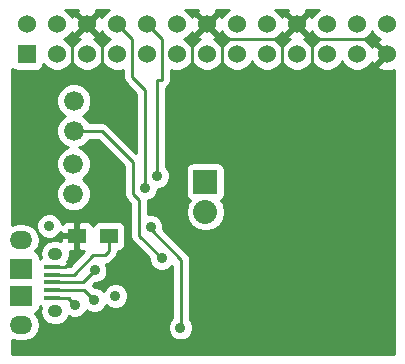
<source format=gbl>
G04 #@! TF.FileFunction,Copper,L2,Bot,Signal*
%FSLAX46Y46*%
G04 Gerber Fmt 4.6, Leading zero omitted, Abs format (unit mm)*
G04 Created by KiCad (PCBNEW (after 2015-mar-04 BZR unknown)-product) date 8/7/2018 2:13:46 PM*
%MOMM*%
G01*
G04 APERTURE LIST*
%ADD10C,0.100000*%
%ADD11R,1.524000X1.524000*%
%ADD12C,1.524000*%
%ADD13C,1.676400*%
%ADD14R,1.500000X1.300000*%
%ADD15R,2.032000X2.032000*%
%ADD16O,2.032000X2.032000*%
%ADD17O,1.900000X1.524000*%
%ADD18R,1.900000X1.800000*%
%ADD19R,1.350000X0.400000*%
%ADD20O,1.250000X1.050000*%
%ADD21C,0.889000*%
%ADD22C,0.254000*%
G04 APERTURE END LIST*
D10*
D11*
X1905000Y-4445000D03*
D12*
X1905000Y-1905000D03*
X4445000Y-4445000D03*
X4445000Y-1905000D03*
X6985000Y-4445000D03*
X6985000Y-1905000D03*
X9525000Y-4445000D03*
X9525000Y-1905000D03*
X12065000Y-4445000D03*
X12065000Y-1905000D03*
X14605000Y-4445000D03*
X14605000Y-1905000D03*
X17145000Y-4445000D03*
X17145000Y-1905000D03*
X19685000Y-4445000D03*
X19685000Y-1905000D03*
X22225000Y-4445000D03*
X22225000Y-1905000D03*
X24765000Y-4445000D03*
X24765000Y-1905000D03*
X27305000Y-4445000D03*
X27305000Y-1905000D03*
X29845000Y-4445000D03*
X29845000Y-1905000D03*
X32385000Y-4445000D03*
X32385000Y-1905000D03*
D13*
X5842000Y-13716000D03*
X5842000Y-16256000D03*
X5880000Y-8380000D03*
X5880000Y-10920000D03*
D14*
X8843000Y-19812000D03*
X6143000Y-19812000D03*
D15*
X17018000Y-15240000D03*
D16*
X17018000Y-17780000D03*
D17*
X1397000Y-27349000D03*
D18*
X1397000Y-24899000D03*
X1397000Y-22599000D03*
D17*
X1397000Y-20149000D03*
D19*
X4072000Y-25049000D03*
X4072000Y-24399000D03*
X4072000Y-23749000D03*
X4072000Y-23099000D03*
X4072000Y-22449000D03*
D20*
X4297000Y-26174000D03*
X4297000Y-21324000D03*
D21*
X3790000Y-18960000D03*
X12382500Y-19050000D03*
X14908000Y-27584000D03*
X9398000Y-24892000D03*
X5969000Y-25654000D03*
X7620000Y-25240000D03*
X7650000Y-22740000D03*
X3937000Y-13208000D03*
X4622800Y-29083000D03*
X10858500Y-24257000D03*
X9652000Y-22860000D03*
X11938000Y-15748000D03*
X13335000Y-21717000D03*
X12954000Y-14732000D03*
D22*
X12382500Y-19240500D02*
X14986000Y-21844000D01*
X12382500Y-19050000D02*
X12382500Y-19240500D01*
X14908000Y-27584000D02*
X14986000Y-27506000D01*
X14986000Y-27506000D02*
X14986000Y-21844000D01*
X5364000Y-25049000D02*
X5969000Y-25654000D01*
X4072000Y-25049000D02*
X5364000Y-25049000D01*
X4072000Y-25049000D02*
X5431000Y-25049000D01*
X5431000Y-25049000D02*
X6096000Y-25714000D01*
X4400000Y-24380000D02*
X6770000Y-24390000D01*
X6770000Y-24390000D02*
X7620000Y-25240000D01*
X7620000Y-25240000D02*
X6770000Y-24390000D01*
X6770000Y-24390000D02*
X4381000Y-24380000D01*
X4400000Y-23730000D02*
X6650000Y-23740000D01*
X6650000Y-23740000D02*
X7650000Y-22740000D01*
X6650000Y-23740000D02*
X7650000Y-22740000D01*
X4381000Y-23730000D02*
X6650000Y-23740000D01*
X4381000Y-22430000D02*
X4411000Y-22430000D01*
X23495000Y-3175000D02*
X18415000Y-3175000D01*
X31242000Y-3175000D02*
X26035000Y-3175000D01*
X8255000Y-5207000D02*
X8255000Y-3175000D01*
X8255000Y-3175000D02*
X6985000Y-1905000D01*
X26035000Y-5334000D02*
X26035000Y-3175000D01*
X26035000Y-3175000D02*
X24765000Y-1905000D01*
X18415000Y-5334000D02*
X18415000Y-3175000D01*
X18415000Y-3175000D02*
X17145000Y-1905000D01*
X5715000Y-5080000D02*
X5715000Y-3175000D01*
X5715000Y-3175000D02*
X6985000Y-1905000D01*
X23495000Y-5461000D02*
X23495000Y-3175000D01*
X23495000Y-3175000D02*
X24765000Y-1905000D01*
X15875000Y-5207000D02*
X15875000Y-3175000D01*
X15875000Y-3175000D02*
X17145000Y-1905000D01*
X5110000Y-22449000D02*
X5461000Y-22098000D01*
X4072000Y-22449000D02*
X5110000Y-22449000D01*
X11938000Y-8890000D02*
X11938000Y-7493000D01*
X11938000Y-15748000D02*
X11938000Y-8890000D01*
X11938000Y-7493000D02*
X10795000Y-6350000D01*
X10795000Y-6350000D02*
X10795000Y-3175000D01*
X10795000Y-3175000D02*
X9525000Y-1905000D01*
X5880000Y-10920000D02*
X6094000Y-10920000D01*
X10922000Y-16256000D02*
X10922000Y-13589000D01*
X10922000Y-13589000D02*
X8253000Y-10920000D01*
X8253000Y-10920000D02*
X5880000Y-10920000D01*
X13335000Y-21717000D02*
X11430000Y-19812000D01*
X11430000Y-19812000D02*
X11430000Y-16764000D01*
X11430000Y-16764000D02*
X10922000Y-16256000D01*
X12954000Y-6604000D02*
X13335000Y-6604000D01*
X12954000Y-14732000D02*
X12954000Y-6604000D01*
X12065000Y-1905000D02*
X12089000Y-1905000D01*
X12089000Y-1905000D02*
X13335000Y-3151000D01*
X13335000Y-3151000D02*
X13335000Y-6604000D01*
X5857000Y-23099000D02*
X7493000Y-21463000D01*
X7493000Y-21463000D02*
X8509000Y-21463000D01*
X8509000Y-21463000D02*
X8843000Y-21129000D01*
X8843000Y-21129000D02*
X8843000Y-19812000D01*
X4072000Y-23099000D02*
X5857000Y-23099000D01*
G36*
X8940512Y-3174949D02*
X8734697Y-3259990D01*
X8341371Y-3652630D01*
X8255050Y-3860512D01*
X8170010Y-3654697D01*
X7777370Y-3261371D01*
X7585272Y-3181605D01*
X7716143Y-3127397D01*
X7785608Y-2885213D01*
X6985000Y-2084605D01*
X6184392Y-2885213D01*
X6253857Y-3127397D01*
X6394317Y-3177508D01*
X6194697Y-3259990D01*
X5801371Y-3652630D01*
X5715050Y-3860512D01*
X5630010Y-3654697D01*
X5237370Y-3261371D01*
X5029487Y-3175050D01*
X5235303Y-3090010D01*
X5628629Y-2697370D01*
X5708394Y-2505272D01*
X5762603Y-2636143D01*
X6004787Y-2705608D01*
X6805395Y-1905000D01*
X6004787Y-1104392D01*
X5762603Y-1173857D01*
X5712491Y-1314317D01*
X5630010Y-1114697D01*
X5237370Y-721371D01*
X5149778Y-685000D01*
X6253169Y-685000D01*
X6184392Y-924787D01*
X6985000Y-1725395D01*
X7785608Y-924787D01*
X7716830Y-685000D01*
X8819379Y-685000D01*
X8734697Y-719990D01*
X8341371Y-1112630D01*
X8261605Y-1304727D01*
X8207397Y-1173857D01*
X7965213Y-1104392D01*
X7164605Y-1905000D01*
X7965213Y-2705608D01*
X8207397Y-2636143D01*
X8257508Y-2495682D01*
X8339990Y-2695303D01*
X8732630Y-3088629D01*
X8940512Y-3174949D01*
X8940512Y-3174949D01*
G37*
X8940512Y-3174949D02*
X8734697Y-3259990D01*
X8341371Y-3652630D01*
X8255050Y-3860512D01*
X8170010Y-3654697D01*
X7777370Y-3261371D01*
X7585272Y-3181605D01*
X7716143Y-3127397D01*
X7785608Y-2885213D01*
X6985000Y-2084605D01*
X6184392Y-2885213D01*
X6253857Y-3127397D01*
X6394317Y-3177508D01*
X6194697Y-3259990D01*
X5801371Y-3652630D01*
X5715050Y-3860512D01*
X5630010Y-3654697D01*
X5237370Y-3261371D01*
X5029487Y-3175050D01*
X5235303Y-3090010D01*
X5628629Y-2697370D01*
X5708394Y-2505272D01*
X5762603Y-2636143D01*
X6004787Y-2705608D01*
X6805395Y-1905000D01*
X6004787Y-1104392D01*
X5762603Y-1173857D01*
X5712491Y-1314317D01*
X5630010Y-1114697D01*
X5237370Y-721371D01*
X5149778Y-685000D01*
X6253169Y-685000D01*
X6184392Y-924787D01*
X6985000Y-1725395D01*
X7785608Y-924787D01*
X7716830Y-685000D01*
X8819379Y-685000D01*
X8734697Y-719990D01*
X8341371Y-1112630D01*
X8261605Y-1304727D01*
X8207397Y-1173857D01*
X7965213Y-1104392D01*
X7164605Y-1905000D01*
X7965213Y-2705608D01*
X8207397Y-2636143D01*
X8257508Y-2495682D01*
X8339990Y-2695303D01*
X8732630Y-3088629D01*
X8940512Y-3174949D01*
G36*
X12258747Y-4459142D02*
X12079142Y-4638747D01*
X12065000Y-4624605D01*
X12050857Y-4638747D01*
X11871252Y-4459142D01*
X11885395Y-4445000D01*
X11871252Y-4430857D01*
X12050857Y-4251252D01*
X12065000Y-4265395D01*
X12079142Y-4251252D01*
X12258747Y-4430857D01*
X12244605Y-4445000D01*
X12258747Y-4459142D01*
X12258747Y-4459142D01*
G37*
X12258747Y-4459142D02*
X12079142Y-4638747D01*
X12065000Y-4624605D01*
X12050857Y-4638747D01*
X11871252Y-4459142D01*
X11885395Y-4445000D01*
X11871252Y-4430857D01*
X12050857Y-4251252D01*
X12065000Y-4265395D01*
X12079142Y-4251252D01*
X12258747Y-4430857D01*
X12244605Y-4445000D01*
X12258747Y-4459142D01*
G36*
X19100512Y-3174949D02*
X18894697Y-3259990D01*
X18501371Y-3652630D01*
X18415050Y-3860512D01*
X18330010Y-3654697D01*
X17937370Y-3261371D01*
X17745272Y-3181605D01*
X17876143Y-3127397D01*
X17945608Y-2885213D01*
X17145000Y-2084605D01*
X16344392Y-2885213D01*
X16413857Y-3127397D01*
X16554317Y-3177508D01*
X16354697Y-3259990D01*
X15961371Y-3652630D01*
X15875050Y-3860512D01*
X15790010Y-3654697D01*
X15397370Y-3261371D01*
X15189487Y-3175050D01*
X15395303Y-3090010D01*
X15788629Y-2697370D01*
X15868394Y-2505272D01*
X15922603Y-2636143D01*
X16164787Y-2705608D01*
X16965395Y-1905000D01*
X16164787Y-1104392D01*
X15922603Y-1173857D01*
X15872491Y-1314317D01*
X15790010Y-1114697D01*
X15397370Y-721371D01*
X15309778Y-685000D01*
X16413169Y-685000D01*
X16344392Y-924787D01*
X17145000Y-1725395D01*
X17945608Y-924787D01*
X17876830Y-685000D01*
X18979379Y-685000D01*
X18894697Y-719990D01*
X18501371Y-1112630D01*
X18421605Y-1304727D01*
X18367397Y-1173857D01*
X18125213Y-1104392D01*
X17324605Y-1905000D01*
X18125213Y-2705608D01*
X18367397Y-2636143D01*
X18417508Y-2495682D01*
X18499990Y-2695303D01*
X18892630Y-3088629D01*
X19100512Y-3174949D01*
X19100512Y-3174949D01*
G37*
X19100512Y-3174949D02*
X18894697Y-3259990D01*
X18501371Y-3652630D01*
X18415050Y-3860512D01*
X18330010Y-3654697D01*
X17937370Y-3261371D01*
X17745272Y-3181605D01*
X17876143Y-3127397D01*
X17945608Y-2885213D01*
X17145000Y-2084605D01*
X16344392Y-2885213D01*
X16413857Y-3127397D01*
X16554317Y-3177508D01*
X16354697Y-3259990D01*
X15961371Y-3652630D01*
X15875050Y-3860512D01*
X15790010Y-3654697D01*
X15397370Y-3261371D01*
X15189487Y-3175050D01*
X15395303Y-3090010D01*
X15788629Y-2697370D01*
X15868394Y-2505272D01*
X15922603Y-2636143D01*
X16164787Y-2705608D01*
X16965395Y-1905000D01*
X16164787Y-1104392D01*
X15922603Y-1173857D01*
X15872491Y-1314317D01*
X15790010Y-1114697D01*
X15397370Y-721371D01*
X15309778Y-685000D01*
X16413169Y-685000D01*
X16344392Y-924787D01*
X17145000Y-1725395D01*
X17945608Y-924787D01*
X17876830Y-685000D01*
X18979379Y-685000D01*
X18894697Y-719990D01*
X18501371Y-1112630D01*
X18421605Y-1304727D01*
X18367397Y-1173857D01*
X18125213Y-1104392D01*
X17324605Y-1905000D01*
X18125213Y-2705608D01*
X18367397Y-2636143D01*
X18417508Y-2495682D01*
X18499990Y-2695303D01*
X18892630Y-3088629D01*
X19100512Y-3174949D01*
G36*
X26720512Y-3174949D02*
X26514697Y-3259990D01*
X26121371Y-3652630D01*
X26035050Y-3860512D01*
X25950010Y-3654697D01*
X25557370Y-3261371D01*
X25365272Y-3181605D01*
X25496143Y-3127397D01*
X25565608Y-2885213D01*
X24765000Y-2084605D01*
X23964392Y-2885213D01*
X24033857Y-3127397D01*
X24174317Y-3177508D01*
X23974697Y-3259990D01*
X23581371Y-3652630D01*
X23495050Y-3860512D01*
X23410010Y-3654697D01*
X23017370Y-3261371D01*
X22809487Y-3175050D01*
X23015303Y-3090010D01*
X23408629Y-2697370D01*
X23488394Y-2505272D01*
X23542603Y-2636143D01*
X23784787Y-2705608D01*
X24585395Y-1905000D01*
X23784787Y-1104392D01*
X23542603Y-1173857D01*
X23492491Y-1314317D01*
X23410010Y-1114697D01*
X23017370Y-721371D01*
X22929778Y-685000D01*
X24033169Y-685000D01*
X23964392Y-924787D01*
X24765000Y-1725395D01*
X25565608Y-924787D01*
X25496830Y-685000D01*
X26599379Y-685000D01*
X26514697Y-719990D01*
X26121371Y-1112630D01*
X26041605Y-1304727D01*
X25987397Y-1173857D01*
X25745213Y-1104392D01*
X24944605Y-1905000D01*
X25745213Y-2705608D01*
X25987397Y-2636143D01*
X26037508Y-2495682D01*
X26119990Y-2695303D01*
X26512630Y-3088629D01*
X26720512Y-3174949D01*
X26720512Y-3174949D01*
G37*
X26720512Y-3174949D02*
X26514697Y-3259990D01*
X26121371Y-3652630D01*
X26035050Y-3860512D01*
X25950010Y-3654697D01*
X25557370Y-3261371D01*
X25365272Y-3181605D01*
X25496143Y-3127397D01*
X25565608Y-2885213D01*
X24765000Y-2084605D01*
X23964392Y-2885213D01*
X24033857Y-3127397D01*
X24174317Y-3177508D01*
X23974697Y-3259990D01*
X23581371Y-3652630D01*
X23495050Y-3860512D01*
X23410010Y-3654697D01*
X23017370Y-3261371D01*
X22809487Y-3175050D01*
X23015303Y-3090010D01*
X23408629Y-2697370D01*
X23488394Y-2505272D01*
X23542603Y-2636143D01*
X23784787Y-2705608D01*
X24585395Y-1905000D01*
X23784787Y-1104392D01*
X23542603Y-1173857D01*
X23492491Y-1314317D01*
X23410010Y-1114697D01*
X23017370Y-721371D01*
X22929778Y-685000D01*
X24033169Y-685000D01*
X23964392Y-924787D01*
X24765000Y-1725395D01*
X25565608Y-924787D01*
X25496830Y-685000D01*
X26599379Y-685000D01*
X26514697Y-719990D01*
X26121371Y-1112630D01*
X26041605Y-1304727D01*
X25987397Y-1173857D01*
X25745213Y-1104392D01*
X24944605Y-1905000D01*
X25745213Y-2705608D01*
X25987397Y-2636143D01*
X26037508Y-2495682D01*
X26119990Y-2695303D01*
X26512630Y-3088629D01*
X26720512Y-3174949D01*
G36*
X32970000Y-29795000D02*
X18701345Y-29795000D01*
X18701345Y-17780000D01*
X18575670Y-17148190D01*
X18348830Y-16808701D01*
X18488927Y-16716673D01*
X18631377Y-16505640D01*
X18681440Y-16256000D01*
X18681440Y-14224000D01*
X18634463Y-13981877D01*
X18494673Y-13769073D01*
X18283640Y-13626623D01*
X18034000Y-13576560D01*
X16002000Y-13576560D01*
X15759877Y-13623537D01*
X15547073Y-13763327D01*
X15404623Y-13974360D01*
X15354560Y-14224000D01*
X15354560Y-16256000D01*
X15401537Y-16498123D01*
X15541327Y-16710927D01*
X15686860Y-16809163D01*
X15460330Y-17148190D01*
X15334655Y-17780000D01*
X15460330Y-18411810D01*
X15818222Y-18947433D01*
X16353845Y-19305325D01*
X16985655Y-19431000D01*
X17050345Y-19431000D01*
X17682155Y-19305325D01*
X18217778Y-18947433D01*
X18575670Y-18411810D01*
X18701345Y-17780000D01*
X18701345Y-29795000D01*
X685000Y-29795000D01*
X685000Y-28647946D01*
X1177948Y-28746000D01*
X1616052Y-28746000D01*
X2150661Y-28639660D01*
X2603880Y-28336828D01*
X2906712Y-27883609D01*
X3013052Y-27349000D01*
X2906712Y-26814391D01*
X2617159Y-26381046D01*
X2801927Y-26259673D01*
X2944377Y-26048640D01*
X2994440Y-25799000D01*
X2994440Y-25743154D01*
X3085755Y-25804792D01*
X3012315Y-26174000D01*
X3100615Y-26617913D01*
X3352071Y-26994244D01*
X3728402Y-27245700D01*
X4172315Y-27334000D01*
X4421685Y-27334000D01*
X4865598Y-27245700D01*
X5241929Y-26994244D01*
X5489482Y-26623752D01*
X5753332Y-26733313D01*
X6182784Y-26733687D01*
X6579689Y-26569689D01*
X6883622Y-26266286D01*
X6952822Y-26099634D01*
X7007714Y-26154622D01*
X7404332Y-26319313D01*
X7833784Y-26319687D01*
X8230689Y-26155689D01*
X8534622Y-25852286D01*
X8621775Y-25642397D01*
X8785714Y-25806622D01*
X9182332Y-25971313D01*
X9611784Y-25971687D01*
X10008689Y-25807689D01*
X10312622Y-25504286D01*
X10477313Y-25107668D01*
X10477687Y-24678216D01*
X10313689Y-24281311D01*
X10010286Y-23977378D01*
X9613668Y-23812687D01*
X9184216Y-23812313D01*
X8787311Y-23976311D01*
X8483378Y-24279714D01*
X8396224Y-24489602D01*
X8232286Y-24325378D01*
X7835668Y-24160687D01*
X7618127Y-24160497D01*
X7462630Y-24005000D01*
X7648131Y-23819499D01*
X7863784Y-23819687D01*
X8260689Y-23655689D01*
X8564622Y-23352286D01*
X8729313Y-22955668D01*
X8729687Y-22526216D01*
X8597918Y-22207312D01*
X8800604Y-22166996D01*
X8800605Y-22166996D01*
X9047815Y-22001815D01*
X9381815Y-21667816D01*
X9381815Y-21667815D01*
X9546996Y-21420605D01*
X9604999Y-21129000D01*
X9605000Y-21129000D01*
X9605000Y-21107111D01*
X9835123Y-21062463D01*
X10047927Y-20922673D01*
X10190377Y-20711640D01*
X10240440Y-20462000D01*
X10240440Y-19162000D01*
X10193463Y-18919877D01*
X10053673Y-18707073D01*
X9842640Y-18564623D01*
X9593000Y-18514560D01*
X8093000Y-18514560D01*
X7850877Y-18561537D01*
X7638073Y-18701327D01*
X7495623Y-18912360D01*
X7489520Y-18942791D01*
X7431327Y-18802301D01*
X7252698Y-18623673D01*
X7019309Y-18527000D01*
X6428750Y-18527000D01*
X6270000Y-18685750D01*
X6270000Y-19685000D01*
X6290000Y-19685000D01*
X6290000Y-19939000D01*
X6270000Y-19939000D01*
X6270000Y-20938250D01*
X6428750Y-21097000D01*
X6781369Y-21097000D01*
X5541369Y-22337000D01*
X5382000Y-22337000D01*
X5382000Y-22321998D01*
X5250252Y-22321998D01*
X5382000Y-22190250D01*
X5382000Y-22122691D01*
X5333908Y-22006587D01*
X5493385Y-21767913D01*
X5581685Y-21324000D01*
X5536531Y-21097000D01*
X5857250Y-21097000D01*
X6016000Y-20938250D01*
X6016000Y-19939000D01*
X4916750Y-19939000D01*
X4758000Y-20097750D01*
X4758000Y-20230897D01*
X4421685Y-20164000D01*
X4172315Y-20164000D01*
X3728402Y-20252300D01*
X3352071Y-20503756D01*
X3100615Y-20880087D01*
X3012315Y-21324000D01*
X3085276Y-21690800D01*
X3037301Y-21710673D01*
X2994440Y-21753534D01*
X2994440Y-21699000D01*
X2947463Y-21456877D01*
X2807673Y-21244073D01*
X2617840Y-21115933D01*
X2906712Y-20683609D01*
X3013052Y-20149000D01*
X2906712Y-19614391D01*
X2883989Y-19580384D01*
X3177714Y-19874622D01*
X3574332Y-20039313D01*
X4003784Y-20039687D01*
X4400689Y-19875689D01*
X4704622Y-19572286D01*
X4758000Y-19443738D01*
X4758000Y-19526250D01*
X4916750Y-19685000D01*
X6016000Y-19685000D01*
X6016000Y-18685750D01*
X5857250Y-18527000D01*
X5266691Y-18527000D01*
X5033302Y-18623673D01*
X4869651Y-18787322D01*
X4869687Y-18746216D01*
X4705689Y-18349311D01*
X4402286Y-18045378D01*
X4005668Y-17880687D01*
X3576216Y-17880313D01*
X3179311Y-18044311D01*
X2875378Y-18347714D01*
X2710687Y-18744332D01*
X2710313Y-19173784D01*
X2869125Y-19558138D01*
X2603880Y-19161172D01*
X2150661Y-18858340D01*
X1616052Y-18752000D01*
X1177948Y-18752000D01*
X685000Y-18850053D01*
X685000Y-5663731D01*
X893360Y-5804377D01*
X1143000Y-5854440D01*
X2667000Y-5854440D01*
X2909123Y-5807463D01*
X3121927Y-5667673D01*
X3264377Y-5456640D01*
X3300604Y-5275988D01*
X3652630Y-5628629D01*
X4165900Y-5841757D01*
X4721661Y-5842242D01*
X5235303Y-5630010D01*
X5628629Y-5237370D01*
X5714949Y-5029487D01*
X5799990Y-5235303D01*
X6192630Y-5628629D01*
X6705900Y-5841757D01*
X7261661Y-5842242D01*
X7775303Y-5630010D01*
X8168629Y-5237370D01*
X8254949Y-5029487D01*
X8339990Y-5235303D01*
X8732630Y-5628629D01*
X9245900Y-5841757D01*
X9801661Y-5842242D01*
X10033000Y-5746654D01*
X10033000Y-6350000D01*
X10091004Y-6641605D01*
X10256185Y-6888815D01*
X11176000Y-7808630D01*
X11176000Y-8890000D01*
X11176000Y-12765370D01*
X8791815Y-10381185D01*
X8544605Y-10216004D01*
X8253000Y-10158000D01*
X7159153Y-10158000D01*
X7129647Y-10086589D01*
X6715591Y-9671810D01*
X6663608Y-9650224D01*
X6713411Y-9629647D01*
X7128190Y-9215591D01*
X7352944Y-8674323D01*
X7353455Y-8088248D01*
X7129647Y-7546589D01*
X6715591Y-7131810D01*
X6174323Y-6907056D01*
X5588248Y-6906545D01*
X5046589Y-7130353D01*
X4631810Y-7544409D01*
X4407056Y-8085677D01*
X4406545Y-8671752D01*
X4630353Y-9213411D01*
X5044409Y-9628190D01*
X5096391Y-9649775D01*
X5046589Y-9670353D01*
X4631810Y-10084409D01*
X4407056Y-10625677D01*
X4406545Y-11211752D01*
X4630353Y-11753411D01*
X5044409Y-12168190D01*
X5386458Y-12310221D01*
X5008589Y-12466353D01*
X4593810Y-12880409D01*
X4369056Y-13421677D01*
X4368545Y-14007752D01*
X4592353Y-14549411D01*
X5006409Y-14964190D01*
X5058391Y-14985775D01*
X5008589Y-15006353D01*
X4593810Y-15420409D01*
X4369056Y-15961677D01*
X4368545Y-16547752D01*
X4592353Y-17089411D01*
X5006409Y-17504190D01*
X5547677Y-17728944D01*
X6133752Y-17729455D01*
X6675411Y-17505647D01*
X7090190Y-17091591D01*
X7314944Y-16550323D01*
X7315455Y-15964248D01*
X7091647Y-15422589D01*
X6677591Y-15007810D01*
X6625608Y-14986224D01*
X6675411Y-14965647D01*
X7090190Y-14551591D01*
X7314944Y-14010323D01*
X7315455Y-13424248D01*
X7091647Y-12882589D01*
X6677591Y-12467810D01*
X6335541Y-12325778D01*
X6713411Y-12169647D01*
X7128190Y-11755591D01*
X7158747Y-11682000D01*
X7937370Y-11682000D01*
X10160000Y-13904630D01*
X10160000Y-16256000D01*
X10218004Y-16547605D01*
X10383185Y-16794815D01*
X10668000Y-17079630D01*
X10668000Y-19812000D01*
X10726004Y-20103605D01*
X10891185Y-20350815D01*
X12255500Y-21715130D01*
X12255313Y-21930784D01*
X12419311Y-22327689D01*
X12722714Y-22631622D01*
X13119332Y-22796313D01*
X13548784Y-22796687D01*
X13945689Y-22632689D01*
X14224000Y-22354863D01*
X14224000Y-26741494D01*
X13993378Y-26971714D01*
X13828687Y-27368332D01*
X13828313Y-27797784D01*
X13992311Y-28194689D01*
X14295714Y-28498622D01*
X14692332Y-28663313D01*
X15121784Y-28663687D01*
X15518689Y-28499689D01*
X15822622Y-28196286D01*
X15987313Y-27799668D01*
X15987687Y-27370216D01*
X15823689Y-26973311D01*
X15748000Y-26897489D01*
X15748000Y-21844000D01*
X15689996Y-21552396D01*
X15689996Y-21552395D01*
X15524815Y-21305185D01*
X13461833Y-19242203D01*
X13462187Y-18836216D01*
X13298189Y-18439311D01*
X12994786Y-18135378D01*
X12598168Y-17970687D01*
X12192000Y-17970333D01*
X12192000Y-16811070D01*
X12548689Y-16663689D01*
X12852622Y-16360286D01*
X13017313Y-15963668D01*
X13017445Y-15811556D01*
X13167784Y-15811687D01*
X13564689Y-15647689D01*
X13868622Y-15344286D01*
X14033313Y-14947668D01*
X14033687Y-14518216D01*
X13869689Y-14121311D01*
X13716000Y-13967353D01*
X13716000Y-7248263D01*
X13873815Y-7142815D01*
X14038996Y-6895605D01*
X14097000Y-6604000D01*
X14097000Y-5746709D01*
X14325900Y-5841757D01*
X14881661Y-5842242D01*
X15395303Y-5630010D01*
X15788629Y-5237370D01*
X15874949Y-5029487D01*
X15959990Y-5235303D01*
X16352630Y-5628629D01*
X16865900Y-5841757D01*
X17421661Y-5842242D01*
X17935303Y-5630010D01*
X18328629Y-5237370D01*
X18414949Y-5029487D01*
X18499990Y-5235303D01*
X18892630Y-5628629D01*
X19405900Y-5841757D01*
X19961661Y-5842242D01*
X20475303Y-5630010D01*
X20868629Y-5237370D01*
X20954949Y-5029487D01*
X21039990Y-5235303D01*
X21432630Y-5628629D01*
X21945900Y-5841757D01*
X22501661Y-5842242D01*
X23015303Y-5630010D01*
X23408629Y-5237370D01*
X23494949Y-5029487D01*
X23579990Y-5235303D01*
X23972630Y-5628629D01*
X24485900Y-5841757D01*
X25041661Y-5842242D01*
X25555303Y-5630010D01*
X25948629Y-5237370D01*
X26034949Y-5029487D01*
X26119990Y-5235303D01*
X26512630Y-5628629D01*
X27025900Y-5841757D01*
X27581661Y-5842242D01*
X28095303Y-5630010D01*
X28488629Y-5237370D01*
X28574949Y-5029487D01*
X28659990Y-5235303D01*
X29052630Y-5628629D01*
X29565900Y-5841757D01*
X30121661Y-5842242D01*
X30635303Y-5630010D01*
X31028629Y-5237370D01*
X31108394Y-5045272D01*
X31162603Y-5176143D01*
X31404787Y-5245608D01*
X32205395Y-4445000D01*
X31404787Y-3644392D01*
X31162603Y-3713857D01*
X31112491Y-3854317D01*
X31030010Y-3654697D01*
X30637370Y-3261371D01*
X30429487Y-3175050D01*
X30635303Y-3090010D01*
X31028629Y-2697370D01*
X31114949Y-2489487D01*
X31199990Y-2695303D01*
X31592630Y-3088629D01*
X31784727Y-3168394D01*
X31653857Y-3222603D01*
X31584392Y-3464787D01*
X32385000Y-4265395D01*
X32399142Y-4251252D01*
X32578747Y-4430857D01*
X32564605Y-4445000D01*
X32578747Y-4459142D01*
X32399142Y-4638747D01*
X32385000Y-4624605D01*
X31584392Y-5425213D01*
X31653857Y-5667397D01*
X32177302Y-5854144D01*
X32732368Y-5826362D01*
X32970000Y-5727931D01*
X32970000Y-29795000D01*
X32970000Y-29795000D01*
G37*
X32970000Y-29795000D02*
X18701345Y-29795000D01*
X18701345Y-17780000D01*
X18575670Y-17148190D01*
X18348830Y-16808701D01*
X18488927Y-16716673D01*
X18631377Y-16505640D01*
X18681440Y-16256000D01*
X18681440Y-14224000D01*
X18634463Y-13981877D01*
X18494673Y-13769073D01*
X18283640Y-13626623D01*
X18034000Y-13576560D01*
X16002000Y-13576560D01*
X15759877Y-13623537D01*
X15547073Y-13763327D01*
X15404623Y-13974360D01*
X15354560Y-14224000D01*
X15354560Y-16256000D01*
X15401537Y-16498123D01*
X15541327Y-16710927D01*
X15686860Y-16809163D01*
X15460330Y-17148190D01*
X15334655Y-17780000D01*
X15460330Y-18411810D01*
X15818222Y-18947433D01*
X16353845Y-19305325D01*
X16985655Y-19431000D01*
X17050345Y-19431000D01*
X17682155Y-19305325D01*
X18217778Y-18947433D01*
X18575670Y-18411810D01*
X18701345Y-17780000D01*
X18701345Y-29795000D01*
X685000Y-29795000D01*
X685000Y-28647946D01*
X1177948Y-28746000D01*
X1616052Y-28746000D01*
X2150661Y-28639660D01*
X2603880Y-28336828D01*
X2906712Y-27883609D01*
X3013052Y-27349000D01*
X2906712Y-26814391D01*
X2617159Y-26381046D01*
X2801927Y-26259673D01*
X2944377Y-26048640D01*
X2994440Y-25799000D01*
X2994440Y-25743154D01*
X3085755Y-25804792D01*
X3012315Y-26174000D01*
X3100615Y-26617913D01*
X3352071Y-26994244D01*
X3728402Y-27245700D01*
X4172315Y-27334000D01*
X4421685Y-27334000D01*
X4865598Y-27245700D01*
X5241929Y-26994244D01*
X5489482Y-26623752D01*
X5753332Y-26733313D01*
X6182784Y-26733687D01*
X6579689Y-26569689D01*
X6883622Y-26266286D01*
X6952822Y-26099634D01*
X7007714Y-26154622D01*
X7404332Y-26319313D01*
X7833784Y-26319687D01*
X8230689Y-26155689D01*
X8534622Y-25852286D01*
X8621775Y-25642397D01*
X8785714Y-25806622D01*
X9182332Y-25971313D01*
X9611784Y-25971687D01*
X10008689Y-25807689D01*
X10312622Y-25504286D01*
X10477313Y-25107668D01*
X10477687Y-24678216D01*
X10313689Y-24281311D01*
X10010286Y-23977378D01*
X9613668Y-23812687D01*
X9184216Y-23812313D01*
X8787311Y-23976311D01*
X8483378Y-24279714D01*
X8396224Y-24489602D01*
X8232286Y-24325378D01*
X7835668Y-24160687D01*
X7618127Y-24160497D01*
X7462630Y-24005000D01*
X7648131Y-23819499D01*
X7863784Y-23819687D01*
X8260689Y-23655689D01*
X8564622Y-23352286D01*
X8729313Y-22955668D01*
X8729687Y-22526216D01*
X8597918Y-22207312D01*
X8800604Y-22166996D01*
X8800605Y-22166996D01*
X9047815Y-22001815D01*
X9381815Y-21667816D01*
X9381815Y-21667815D01*
X9546996Y-21420605D01*
X9604999Y-21129000D01*
X9605000Y-21129000D01*
X9605000Y-21107111D01*
X9835123Y-21062463D01*
X10047927Y-20922673D01*
X10190377Y-20711640D01*
X10240440Y-20462000D01*
X10240440Y-19162000D01*
X10193463Y-18919877D01*
X10053673Y-18707073D01*
X9842640Y-18564623D01*
X9593000Y-18514560D01*
X8093000Y-18514560D01*
X7850877Y-18561537D01*
X7638073Y-18701327D01*
X7495623Y-18912360D01*
X7489520Y-18942791D01*
X7431327Y-18802301D01*
X7252698Y-18623673D01*
X7019309Y-18527000D01*
X6428750Y-18527000D01*
X6270000Y-18685750D01*
X6270000Y-19685000D01*
X6290000Y-19685000D01*
X6290000Y-19939000D01*
X6270000Y-19939000D01*
X6270000Y-20938250D01*
X6428750Y-21097000D01*
X6781369Y-21097000D01*
X5541369Y-22337000D01*
X5382000Y-22337000D01*
X5382000Y-22321998D01*
X5250252Y-22321998D01*
X5382000Y-22190250D01*
X5382000Y-22122691D01*
X5333908Y-22006587D01*
X5493385Y-21767913D01*
X5581685Y-21324000D01*
X5536531Y-21097000D01*
X5857250Y-21097000D01*
X6016000Y-20938250D01*
X6016000Y-19939000D01*
X4916750Y-19939000D01*
X4758000Y-20097750D01*
X4758000Y-20230897D01*
X4421685Y-20164000D01*
X4172315Y-20164000D01*
X3728402Y-20252300D01*
X3352071Y-20503756D01*
X3100615Y-20880087D01*
X3012315Y-21324000D01*
X3085276Y-21690800D01*
X3037301Y-21710673D01*
X2994440Y-21753534D01*
X2994440Y-21699000D01*
X2947463Y-21456877D01*
X2807673Y-21244073D01*
X2617840Y-21115933D01*
X2906712Y-20683609D01*
X3013052Y-20149000D01*
X2906712Y-19614391D01*
X2883989Y-19580384D01*
X3177714Y-19874622D01*
X3574332Y-20039313D01*
X4003784Y-20039687D01*
X4400689Y-19875689D01*
X4704622Y-19572286D01*
X4758000Y-19443738D01*
X4758000Y-19526250D01*
X4916750Y-19685000D01*
X6016000Y-19685000D01*
X6016000Y-18685750D01*
X5857250Y-18527000D01*
X5266691Y-18527000D01*
X5033302Y-18623673D01*
X4869651Y-18787322D01*
X4869687Y-18746216D01*
X4705689Y-18349311D01*
X4402286Y-18045378D01*
X4005668Y-17880687D01*
X3576216Y-17880313D01*
X3179311Y-18044311D01*
X2875378Y-18347714D01*
X2710687Y-18744332D01*
X2710313Y-19173784D01*
X2869125Y-19558138D01*
X2603880Y-19161172D01*
X2150661Y-18858340D01*
X1616052Y-18752000D01*
X1177948Y-18752000D01*
X685000Y-18850053D01*
X685000Y-5663731D01*
X893360Y-5804377D01*
X1143000Y-5854440D01*
X2667000Y-5854440D01*
X2909123Y-5807463D01*
X3121927Y-5667673D01*
X3264377Y-5456640D01*
X3300604Y-5275988D01*
X3652630Y-5628629D01*
X4165900Y-5841757D01*
X4721661Y-5842242D01*
X5235303Y-5630010D01*
X5628629Y-5237370D01*
X5714949Y-5029487D01*
X5799990Y-5235303D01*
X6192630Y-5628629D01*
X6705900Y-5841757D01*
X7261661Y-5842242D01*
X7775303Y-5630010D01*
X8168629Y-5237370D01*
X8254949Y-5029487D01*
X8339990Y-5235303D01*
X8732630Y-5628629D01*
X9245900Y-5841757D01*
X9801661Y-5842242D01*
X10033000Y-5746654D01*
X10033000Y-6350000D01*
X10091004Y-6641605D01*
X10256185Y-6888815D01*
X11176000Y-7808630D01*
X11176000Y-8890000D01*
X11176000Y-12765370D01*
X8791815Y-10381185D01*
X8544605Y-10216004D01*
X8253000Y-10158000D01*
X7159153Y-10158000D01*
X7129647Y-10086589D01*
X6715591Y-9671810D01*
X6663608Y-9650224D01*
X6713411Y-9629647D01*
X7128190Y-9215591D01*
X7352944Y-8674323D01*
X7353455Y-8088248D01*
X7129647Y-7546589D01*
X6715591Y-7131810D01*
X6174323Y-6907056D01*
X5588248Y-6906545D01*
X5046589Y-7130353D01*
X4631810Y-7544409D01*
X4407056Y-8085677D01*
X4406545Y-8671752D01*
X4630353Y-9213411D01*
X5044409Y-9628190D01*
X5096391Y-9649775D01*
X5046589Y-9670353D01*
X4631810Y-10084409D01*
X4407056Y-10625677D01*
X4406545Y-11211752D01*
X4630353Y-11753411D01*
X5044409Y-12168190D01*
X5386458Y-12310221D01*
X5008589Y-12466353D01*
X4593810Y-12880409D01*
X4369056Y-13421677D01*
X4368545Y-14007752D01*
X4592353Y-14549411D01*
X5006409Y-14964190D01*
X5058391Y-14985775D01*
X5008589Y-15006353D01*
X4593810Y-15420409D01*
X4369056Y-15961677D01*
X4368545Y-16547752D01*
X4592353Y-17089411D01*
X5006409Y-17504190D01*
X5547677Y-17728944D01*
X6133752Y-17729455D01*
X6675411Y-17505647D01*
X7090190Y-17091591D01*
X7314944Y-16550323D01*
X7315455Y-15964248D01*
X7091647Y-15422589D01*
X6677591Y-15007810D01*
X6625608Y-14986224D01*
X6675411Y-14965647D01*
X7090190Y-14551591D01*
X7314944Y-14010323D01*
X7315455Y-13424248D01*
X7091647Y-12882589D01*
X6677591Y-12467810D01*
X6335541Y-12325778D01*
X6713411Y-12169647D01*
X7128190Y-11755591D01*
X7158747Y-11682000D01*
X7937370Y-11682000D01*
X10160000Y-13904630D01*
X10160000Y-16256000D01*
X10218004Y-16547605D01*
X10383185Y-16794815D01*
X10668000Y-17079630D01*
X10668000Y-19812000D01*
X10726004Y-20103605D01*
X10891185Y-20350815D01*
X12255500Y-21715130D01*
X12255313Y-21930784D01*
X12419311Y-22327689D01*
X12722714Y-22631622D01*
X13119332Y-22796313D01*
X13548784Y-22796687D01*
X13945689Y-22632689D01*
X14224000Y-22354863D01*
X14224000Y-26741494D01*
X13993378Y-26971714D01*
X13828687Y-27368332D01*
X13828313Y-27797784D01*
X13992311Y-28194689D01*
X14295714Y-28498622D01*
X14692332Y-28663313D01*
X15121784Y-28663687D01*
X15518689Y-28499689D01*
X15822622Y-28196286D01*
X15987313Y-27799668D01*
X15987687Y-27370216D01*
X15823689Y-26973311D01*
X15748000Y-26897489D01*
X15748000Y-21844000D01*
X15689996Y-21552396D01*
X15689996Y-21552395D01*
X15524815Y-21305185D01*
X13461833Y-19242203D01*
X13462187Y-18836216D01*
X13298189Y-18439311D01*
X12994786Y-18135378D01*
X12598168Y-17970687D01*
X12192000Y-17970333D01*
X12192000Y-16811070D01*
X12548689Y-16663689D01*
X12852622Y-16360286D01*
X13017313Y-15963668D01*
X13017445Y-15811556D01*
X13167784Y-15811687D01*
X13564689Y-15647689D01*
X13868622Y-15344286D01*
X14033313Y-14947668D01*
X14033687Y-14518216D01*
X13869689Y-14121311D01*
X13716000Y-13967353D01*
X13716000Y-7248263D01*
X13873815Y-7142815D01*
X14038996Y-6895605D01*
X14097000Y-6604000D01*
X14097000Y-5746709D01*
X14325900Y-5841757D01*
X14881661Y-5842242D01*
X15395303Y-5630010D01*
X15788629Y-5237370D01*
X15874949Y-5029487D01*
X15959990Y-5235303D01*
X16352630Y-5628629D01*
X16865900Y-5841757D01*
X17421661Y-5842242D01*
X17935303Y-5630010D01*
X18328629Y-5237370D01*
X18414949Y-5029487D01*
X18499990Y-5235303D01*
X18892630Y-5628629D01*
X19405900Y-5841757D01*
X19961661Y-5842242D01*
X20475303Y-5630010D01*
X20868629Y-5237370D01*
X20954949Y-5029487D01*
X21039990Y-5235303D01*
X21432630Y-5628629D01*
X21945900Y-5841757D01*
X22501661Y-5842242D01*
X23015303Y-5630010D01*
X23408629Y-5237370D01*
X23494949Y-5029487D01*
X23579990Y-5235303D01*
X23972630Y-5628629D01*
X24485900Y-5841757D01*
X25041661Y-5842242D01*
X25555303Y-5630010D01*
X25948629Y-5237370D01*
X26034949Y-5029487D01*
X26119990Y-5235303D01*
X26512630Y-5628629D01*
X27025900Y-5841757D01*
X27581661Y-5842242D01*
X28095303Y-5630010D01*
X28488629Y-5237370D01*
X28574949Y-5029487D01*
X28659990Y-5235303D01*
X29052630Y-5628629D01*
X29565900Y-5841757D01*
X30121661Y-5842242D01*
X30635303Y-5630010D01*
X31028629Y-5237370D01*
X31108394Y-5045272D01*
X31162603Y-5176143D01*
X31404787Y-5245608D01*
X32205395Y-4445000D01*
X31404787Y-3644392D01*
X31162603Y-3713857D01*
X31112491Y-3854317D01*
X31030010Y-3654697D01*
X30637370Y-3261371D01*
X30429487Y-3175050D01*
X30635303Y-3090010D01*
X31028629Y-2697370D01*
X31114949Y-2489487D01*
X31199990Y-2695303D01*
X31592630Y-3088629D01*
X31784727Y-3168394D01*
X31653857Y-3222603D01*
X31584392Y-3464787D01*
X32385000Y-4265395D01*
X32399142Y-4251252D01*
X32578747Y-4430857D01*
X32564605Y-4445000D01*
X32578747Y-4459142D01*
X32399142Y-4638747D01*
X32385000Y-4624605D01*
X31584392Y-5425213D01*
X31653857Y-5667397D01*
X32177302Y-5854144D01*
X32732368Y-5826362D01*
X32970000Y-5727931D01*
X32970000Y-29795000D01*
M02*

</source>
